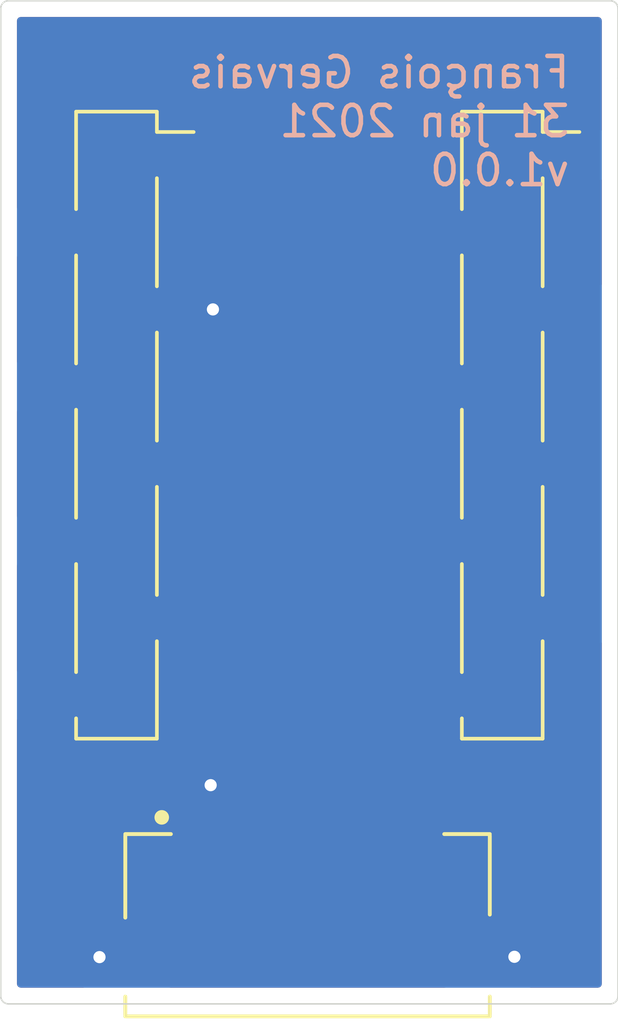
<source format=kicad_pcb>
(kicad_pcb (version 20171130) (host pcbnew 5.1.7-a382d34a8~88~ubuntu18.04.1)

  (general
    (thickness 1.6)
    (drawings 12)
    (tracks 26)
    (zones 0)
    (modules 3)
    (nets 17)
  )

  (page A4)
  (layers
    (0 F.Cu signal)
    (31 B.Cu signal hide)
    (32 B.Adhes user hide)
    (33 F.Adhes user hide)
    (34 B.Paste user hide)
    (35 F.Paste user hide)
    (36 B.SilkS user)
    (37 F.SilkS user)
    (38 B.Mask user hide)
    (39 F.Mask user hide)
    (40 Dwgs.User user hide)
    (41 Cmts.User user hide)
    (42 Eco1.User user hide)
    (43 Eco2.User user hide)
    (44 Edge.Cuts user)
    (45 Margin user hide)
    (46 B.CrtYd user hide)
    (47 F.CrtYd user hide)
    (48 B.Fab user hide)
    (49 F.Fab user hide)
  )

  (setup
    (last_trace_width 0.25)
    (trace_clearance 0.2)
    (zone_clearance 0.508)
    (zone_45_only no)
    (trace_min 0.2)
    (via_size 0.8)
    (via_drill 0.4)
    (via_min_size 0.4)
    (via_min_drill 0.3)
    (uvia_size 0.3)
    (uvia_drill 0.1)
    (uvias_allowed no)
    (uvia_min_size 0.2)
    (uvia_min_drill 0.1)
    (edge_width 0.05)
    (segment_width 0.2)
    (pcb_text_width 0.3)
    (pcb_text_size 1.5 1.5)
    (mod_edge_width 0.12)
    (mod_text_size 1 1)
    (mod_text_width 0.15)
    (pad_size 1.524 1.524)
    (pad_drill 0.762)
    (pad_to_mask_clearance 0)
    (aux_axis_origin 0 0)
    (grid_origin 38.675001 37.125001)
    (visible_elements FFFFFF7F)
    (pcbplotparams
      (layerselection 0x010fc_ffffffff)
      (usegerberextensions false)
      (usegerberattributes true)
      (usegerberadvancedattributes true)
      (creategerberjobfile true)
      (excludeedgelayer true)
      (linewidth 0.100000)
      (plotframeref false)
      (viasonmask false)
      (mode 1)
      (useauxorigin false)
      (hpglpennumber 1)
      (hpglpenspeed 20)
      (hpglpendiameter 15.000000)
      (psnegative false)
      (psa4output false)
      (plotreference true)
      (plotvalue true)
      (plotinvisibletext false)
      (padsonsilk false)
      (subtractmaskfromsilk false)
      (outputformat 1)
      (mirror false)
      (drillshape 1)
      (scaleselection 1)
      (outputdirectory ""))
  )

  (net 0 "")
  (net 1 "Net-(J2-Pad7)")
  (net 2 "Net-(J2-Pad5)")
  (net 3 "Net-(J2-Pad8)")
  (net 4 "Net-(J2-Pad6)")
  (net 5 "Net-(J2-Pad4)")
  (net 6 "Net-(J2-Pad2)")
  (net 7 "Net-(J3-Pad1)")
  (net 8 "Net-(J3-Pad8)")
  (net 9 "Net-(J3-Pad4)")
  (net 10 "Net-(J3-Pad2)")
  (net 11 +5V)
  (net 12 /RX)
  (net 13 /TX)
  (net 14 /DTR)
  (net 15 /RTS)
  (net 16 GND)

  (net_class Default "This is the default net class."
    (clearance 0.2)
    (trace_width 0.25)
    (via_dia 0.8)
    (via_drill 0.4)
    (uvia_dia 0.3)
    (uvia_drill 0.1)
    (add_net +5V)
    (add_net /DTR)
    (add_net /RTS)
    (add_net /RX)
    (add_net /TX)
    (add_net GND)
    (add_net "Net-(J2-Pad2)")
    (add_net "Net-(J2-Pad4)")
    (add_net "Net-(J2-Pad5)")
    (add_net "Net-(J2-Pad6)")
    (add_net "Net-(J2-Pad7)")
    (add_net "Net-(J2-Pad8)")
    (add_net "Net-(J3-Pad1)")
    (add_net "Net-(J3-Pad2)")
    (add_net "Net-(J3-Pad4)")
    (add_net "Net-(J3-Pad8)")
  )

  (module Connector_PinSocket_2.54mm:PinSocket_1x08_P2.54mm_Vertical_SMD_Pin1Right (layer F.Cu) (tedit 5A19A424) (tstamp 601647DE)
    (at 51.375001 37.125001)
    (descr "surface-mounted straight socket strip, 1x08, 2.54mm pitch, single row, style 2 (pin 1 right) (https://cdn.harwin.com/pdfs/M20-786.pdf), script generated")
    (tags "Surface mounted socket strip SMD 1x08 2.54mm single row style2 pin1 right")
    (path /60165E9C)
    (attr smd)
    (fp_text reference J3 (at 0 -11.76) (layer F.SilkS) hide
      (effects (font (size 1 1) (thickness 0.15)))
    )
    (fp_text value Conn_01x08_Female (at 0 11.76) (layer F.Fab)
      (effects (font (size 1 1) (thickness 0.15)))
    )
    (fp_line (start -3.1 10.75) (end -3.1 -10.8) (layer F.CrtYd) (width 0.05))
    (fp_line (start 3.1 10.75) (end -3.1 10.75) (layer F.CrtYd) (width 0.05))
    (fp_line (start 3.1 -10.8) (end 3.1 10.75) (layer F.CrtYd) (width 0.05))
    (fp_line (start -3.1 -10.8) (end 3.1 -10.8) (layer F.CrtYd) (width 0.05))
    (fp_line (start -2.27 9.19) (end -2.27 8.59) (layer F.Fab) (width 0.1))
    (fp_line (start -1.27 9.19) (end -2.27 9.19) (layer F.Fab) (width 0.1))
    (fp_line (start -2.27 8.59) (end -1.27 8.59) (layer F.Fab) (width 0.1))
    (fp_line (start 2.27 6.65) (end 1.27 6.65) (layer F.Fab) (width 0.1))
    (fp_line (start 2.27 6.05) (end 2.27 6.65) (layer F.Fab) (width 0.1))
    (fp_line (start 1.27 6.05) (end 2.27 6.05) (layer F.Fab) (width 0.1))
    (fp_line (start -2.27 4.11) (end -2.27 3.51) (layer F.Fab) (width 0.1))
    (fp_line (start -1.27 4.11) (end -2.27 4.11) (layer F.Fab) (width 0.1))
    (fp_line (start -2.27 3.51) (end -1.27 3.51) (layer F.Fab) (width 0.1))
    (fp_line (start 2.27 1.57) (end 1.27 1.57) (layer F.Fab) (width 0.1))
    (fp_line (start 2.27 0.97) (end 2.27 1.57) (layer F.Fab) (width 0.1))
    (fp_line (start 1.27 0.97) (end 2.27 0.97) (layer F.Fab) (width 0.1))
    (fp_line (start -2.27 -0.97) (end -2.27 -1.57) (layer F.Fab) (width 0.1))
    (fp_line (start -1.27 -0.97) (end -2.27 -0.97) (layer F.Fab) (width 0.1))
    (fp_line (start -2.27 -1.57) (end -1.27 -1.57) (layer F.Fab) (width 0.1))
    (fp_line (start 2.27 -3.51) (end 1.27 -3.51) (layer F.Fab) (width 0.1))
    (fp_line (start 2.27 -4.11) (end 2.27 -3.51) (layer F.Fab) (width 0.1))
    (fp_line (start 1.27 -4.11) (end 2.27 -4.11) (layer F.Fab) (width 0.1))
    (fp_line (start -2.27 -6.05) (end -2.27 -6.65) (layer F.Fab) (width 0.1))
    (fp_line (start -1.27 -6.05) (end -2.27 -6.05) (layer F.Fab) (width 0.1))
    (fp_line (start -2.27 -6.65) (end -1.27 -6.65) (layer F.Fab) (width 0.1))
    (fp_line (start 2.27 -8.59) (end 1.27 -8.59) (layer F.Fab) (width 0.1))
    (fp_line (start 2.27 -9.19) (end 2.27 -8.59) (layer F.Fab) (width 0.1))
    (fp_line (start 1.27 -9.19) (end 2.27 -9.19) (layer F.Fab) (width 0.1))
    (fp_line (start -1.27 10.26) (end -1.27 -10.26) (layer F.Fab) (width 0.1))
    (fp_line (start 1.27 10.26) (end -1.27 10.26) (layer F.Fab) (width 0.1))
    (fp_line (start 1.27 -9.625) (end 1.27 10.26) (layer F.Fab) (width 0.1))
    (fp_line (start 0.635 -10.26) (end 1.27 -9.625) (layer F.Fab) (width 0.1))
    (fp_line (start -1.27 -10.26) (end 0.635 -10.26) (layer F.Fab) (width 0.1))
    (fp_line (start 1.33 -9.65) (end 2.54 -9.65) (layer F.SilkS) (width 0.12))
    (fp_line (start -1.33 9.65) (end -1.33 10.32) (layer F.SilkS) (width 0.12))
    (fp_line (start -1.33 4.57) (end -1.33 8.13) (layer F.SilkS) (width 0.12))
    (fp_line (start -1.33 -0.51) (end -1.33 3.05) (layer F.SilkS) (width 0.12))
    (fp_line (start -1.33 -5.59) (end -1.33 -2.03) (layer F.SilkS) (width 0.12))
    (fp_line (start -1.33 -10.32) (end -1.33 -7.11) (layer F.SilkS) (width 0.12))
    (fp_line (start -1.33 10.32) (end 1.33 10.32) (layer F.SilkS) (width 0.12))
    (fp_line (start 1.33 7.11) (end 1.33 10.32) (layer F.SilkS) (width 0.12))
    (fp_line (start 1.33 2.03) (end 1.33 5.59) (layer F.SilkS) (width 0.12))
    (fp_line (start 1.33 -3.05) (end 1.33 0.51) (layer F.SilkS) (width 0.12))
    (fp_line (start 1.33 -8.13) (end 1.33 -4.57) (layer F.SilkS) (width 0.12))
    (fp_line (start 1.33 -10.32) (end 1.33 -9.65) (layer F.SilkS) (width 0.12))
    (fp_line (start -1.33 -10.32) (end 1.33 -10.32) (layer F.SilkS) (width 0.12))
    (fp_text user %R (at 0 0 90) (layer F.Fab)
      (effects (font (size 1 1) (thickness 0.15)))
    )
    (pad 7 smd rect (at 1.65 6.35) (size 1.9 1) (layers F.Cu F.Paste F.Mask)
      (net 15 /RTS))
    (pad 5 smd rect (at 1.65 1.27) (size 1.9 1) (layers F.Cu F.Paste F.Mask)
      (net 13 /TX))
    (pad 3 smd rect (at 1.65 -3.81) (size 1.9 1) (layers F.Cu F.Paste F.Mask)
      (net 14 /DTR))
    (pad 1 smd rect (at 1.65 -8.89) (size 1.9 1) (layers F.Cu F.Paste F.Mask)
      (net 7 "Net-(J3-Pad1)"))
    (pad 8 smd rect (at -1.65 8.89) (size 1.9 1) (layers F.Cu F.Paste F.Mask)
      (net 8 "Net-(J3-Pad8)"))
    (pad 6 smd rect (at -1.65 3.81) (size 1.9 1) (layers F.Cu F.Paste F.Mask)
      (net 12 /RX))
    (pad 4 smd rect (at -1.65 -1.27) (size 1.9 1) (layers F.Cu F.Paste F.Mask)
      (net 9 "Net-(J3-Pad4)"))
    (pad 2 smd rect (at -1.65 -6.35) (size 1.9 1) (layers F.Cu F.Paste F.Mask)
      (net 10 "Net-(J3-Pad2)"))
    (model ${KISYS3DMOD}/Connector_PinSocket_2.54mm.3dshapes/PinSocket_1x08_P2.54mm_Vertical_SMD_Pin1Right.wrl
      (at (xyz 0 0 0))
      (scale (xyz 1 1 1))
      (rotate (xyz 0 0 0))
    )
  )

  (module Connector_PinSocket_2.54mm:PinSocket_1x08_P2.54mm_Vertical_SMD_Pin1Right (layer F.Cu) (tedit 5A19A424) (tstamp 6017041B)
    (at 38.675001 37.125001)
    (descr "surface-mounted straight socket strip, 1x08, 2.54mm pitch, single row, style 2 (pin 1 right) (https://cdn.harwin.com/pdfs/M20-786.pdf), script generated")
    (tags "Surface mounted socket strip SMD 1x08 2.54mm single row style2 pin1 right")
    (path /60165202)
    (attr smd)
    (fp_text reference J2 (at 0 -11.76) (layer F.SilkS) hide
      (effects (font (size 1 1) (thickness 0.15)))
    )
    (fp_text value Conn_01x08_Female (at 0 11.76) (layer F.Fab)
      (effects (font (size 1 1) (thickness 0.15)))
    )
    (fp_line (start -3.1 10.75) (end -3.1 -10.8) (layer F.CrtYd) (width 0.05))
    (fp_line (start 3.1 10.75) (end -3.1 10.75) (layer F.CrtYd) (width 0.05))
    (fp_line (start 3.1 -10.8) (end 3.1 10.75) (layer F.CrtYd) (width 0.05))
    (fp_line (start -3.1 -10.8) (end 3.1 -10.8) (layer F.CrtYd) (width 0.05))
    (fp_line (start -2.27 9.19) (end -2.27 8.59) (layer F.Fab) (width 0.1))
    (fp_line (start -1.27 9.19) (end -2.27 9.19) (layer F.Fab) (width 0.1))
    (fp_line (start -2.27 8.59) (end -1.27 8.59) (layer F.Fab) (width 0.1))
    (fp_line (start 2.27 6.65) (end 1.27 6.65) (layer F.Fab) (width 0.1))
    (fp_line (start 2.27 6.05) (end 2.27 6.65) (layer F.Fab) (width 0.1))
    (fp_line (start 1.27 6.05) (end 2.27 6.05) (layer F.Fab) (width 0.1))
    (fp_line (start -2.27 4.11) (end -2.27 3.51) (layer F.Fab) (width 0.1))
    (fp_line (start -1.27 4.11) (end -2.27 4.11) (layer F.Fab) (width 0.1))
    (fp_line (start -2.27 3.51) (end -1.27 3.51) (layer F.Fab) (width 0.1))
    (fp_line (start 2.27 1.57) (end 1.27 1.57) (layer F.Fab) (width 0.1))
    (fp_line (start 2.27 0.97) (end 2.27 1.57) (layer F.Fab) (width 0.1))
    (fp_line (start 1.27 0.97) (end 2.27 0.97) (layer F.Fab) (width 0.1))
    (fp_line (start -2.27 -0.97) (end -2.27 -1.57) (layer F.Fab) (width 0.1))
    (fp_line (start -1.27 -0.97) (end -2.27 -0.97) (layer F.Fab) (width 0.1))
    (fp_line (start -2.27 -1.57) (end -1.27 -1.57) (layer F.Fab) (width 0.1))
    (fp_line (start 2.27 -3.51) (end 1.27 -3.51) (layer F.Fab) (width 0.1))
    (fp_line (start 2.27 -4.11) (end 2.27 -3.51) (layer F.Fab) (width 0.1))
    (fp_line (start 1.27 -4.11) (end 2.27 -4.11) (layer F.Fab) (width 0.1))
    (fp_line (start -2.27 -6.05) (end -2.27 -6.65) (layer F.Fab) (width 0.1))
    (fp_line (start -1.27 -6.05) (end -2.27 -6.05) (layer F.Fab) (width 0.1))
    (fp_line (start -2.27 -6.65) (end -1.27 -6.65) (layer F.Fab) (width 0.1))
    (fp_line (start 2.27 -8.59) (end 1.27 -8.59) (layer F.Fab) (width 0.1))
    (fp_line (start 2.27 -9.19) (end 2.27 -8.59) (layer F.Fab) (width 0.1))
    (fp_line (start 1.27 -9.19) (end 2.27 -9.19) (layer F.Fab) (width 0.1))
    (fp_line (start -1.27 10.26) (end -1.27 -10.26) (layer F.Fab) (width 0.1))
    (fp_line (start 1.27 10.26) (end -1.27 10.26) (layer F.Fab) (width 0.1))
    (fp_line (start 1.27 -9.625) (end 1.27 10.26) (layer F.Fab) (width 0.1))
    (fp_line (start 0.635 -10.26) (end 1.27 -9.625) (layer F.Fab) (width 0.1))
    (fp_line (start -1.27 -10.26) (end 0.635 -10.26) (layer F.Fab) (width 0.1))
    (fp_line (start 1.33 -9.65) (end 2.54 -9.65) (layer F.SilkS) (width 0.12))
    (fp_line (start -1.33 9.65) (end -1.33 10.32) (layer F.SilkS) (width 0.12))
    (fp_line (start -1.33 4.57) (end -1.33 8.13) (layer F.SilkS) (width 0.12))
    (fp_line (start -1.33 -0.51) (end -1.33 3.05) (layer F.SilkS) (width 0.12))
    (fp_line (start -1.33 -5.59) (end -1.33 -2.03) (layer F.SilkS) (width 0.12))
    (fp_line (start -1.33 -10.32) (end -1.33 -7.11) (layer F.SilkS) (width 0.12))
    (fp_line (start -1.33 10.32) (end 1.33 10.32) (layer F.SilkS) (width 0.12))
    (fp_line (start 1.33 7.11) (end 1.33 10.32) (layer F.SilkS) (width 0.12))
    (fp_line (start 1.33 2.03) (end 1.33 5.59) (layer F.SilkS) (width 0.12))
    (fp_line (start 1.33 -3.05) (end 1.33 0.51) (layer F.SilkS) (width 0.12))
    (fp_line (start 1.33 -8.13) (end 1.33 -4.57) (layer F.SilkS) (width 0.12))
    (fp_line (start 1.33 -10.32) (end 1.33 -9.65) (layer F.SilkS) (width 0.12))
    (fp_line (start -1.33 -10.32) (end 1.33 -10.32) (layer F.SilkS) (width 0.12))
    (fp_text user %R (at 0 0 90) (layer F.Fab)
      (effects (font (size 1 1) (thickness 0.15)))
    )
    (pad 7 smd rect (at 1.65 6.35) (size 1.9 1) (layers F.Cu F.Paste F.Mask)
      (net 1 "Net-(J2-Pad7)"))
    (pad 5 smd rect (at 1.65 1.27) (size 1.9 1) (layers F.Cu F.Paste F.Mask)
      (net 2 "Net-(J2-Pad5)"))
    (pad 3 smd rect (at 1.65 -3.81) (size 1.9 1) (layers F.Cu F.Paste F.Mask)
      (net 16 GND))
    (pad 1 smd rect (at 1.65 -8.89) (size 1.9 1) (layers F.Cu F.Paste F.Mask)
      (net 11 +5V))
    (pad 8 smd rect (at -1.65 8.89) (size 1.9 1) (layers F.Cu F.Paste F.Mask)
      (net 3 "Net-(J2-Pad8)"))
    (pad 6 smd rect (at -1.65 3.81) (size 1.9 1) (layers F.Cu F.Paste F.Mask)
      (net 4 "Net-(J2-Pad6)"))
    (pad 4 smd rect (at -1.65 -1.27) (size 1.9 1) (layers F.Cu F.Paste F.Mask)
      (net 5 "Net-(J2-Pad4)"))
    (pad 2 smd rect (at -1.65 -6.35) (size 1.9 1) (layers F.Cu F.Paste F.Mask)
      (net 6 "Net-(J2-Pad2)"))
    (model ${KISYS3DMOD}/Connector_PinSocket_2.54mm.3dshapes/PinSocket_1x08_P2.54mm_Vertical_SMD_Pin1Right.wrl
      (at (xyz 0 0 0))
      (scale (xyz 1 1 1))
      (rotate (xyz 0 0 0))
    )
  )

  (module "S6B-ZR-SM4A-TF(LF)(SN):JST_S6B-ZR-SM4A-TF(LF)(SN)" (layer F.Cu) (tedit 6015D2A5) (tstamp 6016526A)
    (at 44.965001 51.035001)
    (path /6016A238)
    (fp_text reference J1 (at -2.826705 -2.336415) (layer F.SilkS) hide
      (effects (font (size 1.000606 1.000606) (thickness 0.015)))
    )
    (fp_text value "S6B-ZR-SM4A-TF(LF)(SN)" (at 10.51135 6.5658) (layer F.Fab)
      (effects (font (size 1.000126 1.000126) (thickness 0.015)))
    )
    (fp_line (start 6.25 4.75) (end 6.25 5.8) (layer F.CrtYd) (width 0.05))
    (fp_line (start 6.5 4.75) (end 6.25 4.75) (layer F.CrtYd) (width 0.05))
    (fp_line (start 6.5 2.4) (end 6.5 4.75) (layer F.CrtYd) (width 0.05))
    (fp_line (start 6.25 2.4) (end 6.5 2.4) (layer F.CrtYd) (width 0.05))
    (fp_line (start 6.25 -1.5) (end 6.25 2.4) (layer F.CrtYd) (width 0.05))
    (fp_line (start -6.2 4.8) (end -6.2 5.8) (layer F.CrtYd) (width 0.05))
    (fp_line (start -6.3 4.8) (end -6.2 4.8) (layer F.CrtYd) (width 0.05))
    (fp_line (start -6.5 4.8) (end -6.3 4.8) (layer F.CrtYd) (width 0.05))
    (fp_line (start -6.5 2.4) (end -6.5 4.8) (layer F.CrtYd) (width 0.05))
    (fp_line (start -6.25 2.4) (end -6.5 2.4) (layer F.CrtYd) (width 0.05))
    (fp_line (start -6.25 -1.5) (end -6.25 2.4) (layer F.CrtYd) (width 0.05))
    (fp_line (start 6 -0.4) (end 6 2.2) (layer F.SilkS) (width 0.127))
    (fp_line (start 6 5.5) (end 6 4.9) (layer F.SilkS) (width 0.127))
    (fp_line (start -6 5.5) (end -6 4.9) (layer F.SilkS) (width 0.127))
    (fp_line (start -6 -0.4) (end -6 2.3) (layer F.SilkS) (width 0.127))
    (fp_line (start 6 -0.45) (end 4.5 -0.45) (layer F.SilkS) (width 0.127))
    (fp_line (start -6 -0.45) (end -4.5 -0.45) (layer F.SilkS) (width 0.127))
    (fp_circle (center -4.8 -1) (end -4.68 -1) (layer F.SilkS) (width 0.24))
    (fp_line (start 6.25 5.8) (end -6.2 5.8) (layer F.CrtYd) (width 0.05))
    (fp_line (start -6.25 -1.5) (end 6.25 -1.5) (layer F.CrtYd) (width 0.05))
    (fp_line (start 6 5.55) (end -6 5.55) (layer F.SilkS) (width 0.127))
    (fp_line (start -6 5.55) (end -6 -0.45) (layer F.Fab) (width 0.127))
    (fp_line (start 6 5.55) (end -6 5.55) (layer F.Fab) (width 0.127))
    (fp_line (start 6 -0.45) (end 6 5.55) (layer F.Fab) (width 0.127))
    (fp_line (start -6 -0.45) (end 6 -0.45) (layer F.Fab) (width 0.127))
    (pad 6 smd rect (at 3.75 0) (size 0.7 2.5) (layers F.Cu F.Paste F.Mask)
      (net 11 +5V))
    (pad 5 smd rect (at 2.25 0) (size 0.7 2.5) (layers F.Cu F.Paste F.Mask)
      (net 12 /RX))
    (pad 4 smd rect (at 0.75 0) (size 0.7 2.5) (layers F.Cu F.Paste F.Mask)
      (net 13 /TX))
    (pad 3 smd rect (at -0.75 0) (size 0.7 2.5) (layers F.Cu F.Paste F.Mask)
      (net 14 /DTR))
    (pad 2 smd rect (at -2.25 0) (size 0.7 2.5) (layers F.Cu F.Paste F.Mask)
      (net 15 /RTS))
    (pad 1 smd rect (at -3.75 0) (size 0.7 2.5) (layers F.Cu F.Paste F.Mask)
      (net 16 GND))
    (pad SH2 smd rect (at 5.7 3.6) (size 1.1 1.9) (layers F.Cu F.Paste F.Mask)
      (net 16 GND))
    (pad SH1 smd rect (at -5.7 3.6) (size 1.1 1.9) (layers F.Cu F.Paste F.Mask)
      (net 16 GND))
    (model "/home/fgervais/personal/project-adafruit-3309-adapter/hardware/kicad-library/S6B-ZR-SM4A-TF(LF)(SN)/S6B-ZR-SM4A-TF_LF__SN_.step"
      (offset (xyz 0 0.5 0))
      (scale (xyz 1 1 1))
      (rotate (xyz -90 0 0))
    )
  )

  (gr_text "François Gervais\n31 jan 2021\nv1.0.0" (at 53.675001 27.125001) (layer B.SilkS)
    (effects (font (size 1 1) (thickness 0.15)) (justify left mirror))
  )
  (gr_arc (start 54.931001 55.921001) (end 54.931001 56.175001) (angle -90) (layer Edge.Cuts) (width 0.05))
  (gr_arc (start 35.119001 55.921001) (end 34.865001 55.921001) (angle -90) (layer Edge.Cuts) (width 0.05))
  (gr_arc (start 35.119001 23.409001) (end 35.119001 23.155001) (angle -90) (layer Edge.Cuts) (width 0.05))
  (gr_arc (start 54.931001 23.409001) (end 55.185001 23.409001) (angle -90) (layer Edge.Cuts) (width 0.05))
  (gr_line (start 55.185001 25.695001) (end 55.185001 23.409001) (layer Edge.Cuts) (width 0.05) (tstamp 601704D1))
  (gr_line (start 34.865001 25.695001) (end 34.865001 23.409001) (layer Edge.Cuts) (width 0.05) (tstamp 601704D0))
  (gr_line (start 34.865001 55.921001) (end 34.865001 37.125001) (layer Edge.Cuts) (width 0.05) (tstamp 601704CA))
  (gr_line (start 54.931001 56.175001) (end 35.119001 56.175001) (layer Edge.Cuts) (width 0.05))
  (gr_line (start 55.185001 25.695001) (end 55.185001 55.921001) (layer Edge.Cuts) (width 0.05))
  (gr_line (start 35.119001 23.155001) (end 54.931001 23.155001) (layer Edge.Cuts) (width 0.05))
  (gr_line (start 34.865001 37.125001) (end 34.865001 25.695001) (layer Edge.Cuts) (width 0.05))

  (segment (start 47.215001 43.445001) (end 47.215001 51.035001) (width 0.25) (layer F.Cu) (net 12))
  (segment (start 49.725001 40.935001) (end 47.215001 43.445001) (width 0.25) (layer F.Cu) (net 12))
  (segment (start 45.715001 42.909999) (end 45.715001 51.035001) (width 0.25) (layer F.Cu) (net 13))
  (segment (start 50.229999 38.395001) (end 45.715001 42.909999) (width 0.25) (layer F.Cu) (net 13))
  (segment (start 53.025001 38.395001) (end 50.229999 38.395001) (width 0.25) (layer F.Cu) (net 13))
  (segment (start 44.215001 39.329999) (end 44.215001 51.035001) (width 0.25) (layer F.Cu) (net 14) (status 1000000))
  (segment (start 53.025001 33.315001) (end 50.229999 33.315001) (width 0.25) (layer F.Cu) (net 14) (status 1000000))
  (segment (start 50.229999 33.315001) (end 44.215001 39.329999) (width 0.25) (layer F.Cu) (net 14) (status 1000000))
  (segment (start 42.715001 52.535001) (end 42.715001 51.035001) (width 0.25) (layer F.Cu) (net 15))
  (segment (start 42.790002 52.610002) (end 42.715001 52.535001) (width 0.25) (layer F.Cu) (net 15))
  (segment (start 47.825002 52.610002) (end 42.790002 52.610002) (width 0.25) (layer F.Cu) (net 15))
  (segment (start 47.890002 52.545002) (end 47.825002 52.610002) (width 0.25) (layer F.Cu) (net 15))
  (segment (start 47.890002 45.814998) (end 47.890002 52.545002) (width 0.25) (layer F.Cu) (net 15))
  (segment (start 50.229999 43.475001) (end 47.890002 45.814998) (width 0.25) (layer F.Cu) (net 15))
  (segment (start 53.025001 43.475001) (end 50.229999 43.475001) (width 0.25) (layer F.Cu) (net 15))
  (via (at 41.850001 33.315001) (size 0.8) (drill 0.4) (layers F.Cu B.Cu) (net 16))
  (segment (start 40.325001 33.315001) (end 41.850001 33.315001) (width 0.25) (layer F.Cu) (net 16))
  (via (at 41.775001 48.975001) (size 0.8) (drill 0.4) (layers F.Cu B.Cu) (net 16))
  (segment (start 41.215001 51.035001) (end 41.215001 49.535001) (width 0.25) (layer F.Cu) (net 16))
  (segment (start 41.215001 49.535001) (end 41.775001 48.975001) (width 0.25) (layer F.Cu) (net 16))
  (via (at 51.775001 54.625001) (size 0.8) (drill 0.4) (layers F.Cu B.Cu) (net 16))
  (segment (start 50.665001 54.635001) (end 51.765001 54.635001) (width 0.25) (layer F.Cu) (net 16))
  (segment (start 51.765001 54.635001) (end 51.775001 54.625001) (width 0.25) (layer F.Cu) (net 16))
  (via (at 38.115009 54.634993) (size 0.8) (drill 0.4) (layers F.Cu B.Cu) (net 16))
  (segment (start 38.115017 54.635001) (end 38.115009 54.634993) (width 0.25) (layer F.Cu) (net 16))
  (segment (start 39.265001 54.635001) (end 38.115017 54.635001) (width 0.25) (layer F.Cu) (net 16))

  (zone (net 11) (net_name +5V) (layer F.Cu) (tstamp 0) (hatch edge 0.508)
    (connect_pads (clearance 0.508))
    (min_thickness 0.254)
    (fill yes (arc_segments 32) (thermal_gap 0.508) (thermal_bridge_width 0.508))
    (polygon
      (pts
        (xy 55.185001 56.175001) (xy 34.865001 56.175001) (xy 34.865001 23.155001) (xy 55.185001 23.155001)
      )
    )
    (filled_polygon
      (pts
        (xy 54.525001 25.662582) (xy 54.525001 27.416919) (xy 54.505538 27.380507) (xy 54.426186 27.283816) (xy 54.329495 27.204464)
        (xy 54.219181 27.145499) (xy 54.099483 27.109189) (xy 53.975001 27.096929) (xy 52.075001 27.096929) (xy 51.950519 27.109189)
        (xy 51.830821 27.145499) (xy 51.720507 27.204464) (xy 51.623816 27.283816) (xy 51.544464 27.380507) (xy 51.485499 27.490821)
        (xy 51.449189 27.610519) (xy 51.436929 27.735001) (xy 51.436929 28.735001) (xy 51.449189 28.859483) (xy 51.485499 28.979181)
        (xy 51.544464 29.089495) (xy 51.623816 29.186186) (xy 51.720507 29.265538) (xy 51.830821 29.324503) (xy 51.950519 29.360813)
        (xy 52.075001 29.373073) (xy 53.975001 29.373073) (xy 54.099483 29.360813) (xy 54.219181 29.324503) (xy 54.329495 29.265538)
        (xy 54.426186 29.186186) (xy 54.505538 29.089495) (xy 54.525001 29.053083) (xy 54.525001 32.49692) (xy 54.505538 32.460507)
        (xy 54.426186 32.363816) (xy 54.329495 32.284464) (xy 54.219181 32.225499) (xy 54.099483 32.189189) (xy 53.975001 32.176929)
        (xy 52.075001 32.176929) (xy 51.950519 32.189189) (xy 51.830821 32.225499) (xy 51.720507 32.284464) (xy 51.623816 32.363816)
        (xy 51.544464 32.460507) (xy 51.493955 32.555001) (xy 50.267324 32.555001) (xy 50.229999 32.551325) (xy 50.192674 32.555001)
        (xy 50.192666 32.555001) (xy 50.081013 32.565998) (xy 49.937752 32.609455) (xy 49.805723 32.680027) (xy 49.689998 32.775)
        (xy 49.6662 32.803998) (xy 43.704004 38.766195) (xy 43.675 38.789998) (xy 43.650972 38.819277) (xy 43.580027 38.905723)
        (xy 43.564377 38.935002) (xy 43.509455 39.037753) (xy 43.465998 39.181014) (xy 43.455001 39.292667) (xy 43.455001 39.292677)
        (xy 43.451325 39.329999) (xy 43.455001 39.367321) (xy 43.455002 49.283604) (xy 43.419495 49.254464) (xy 43.309181 49.195499)
        (xy 43.189483 49.159189) (xy 43.065001 49.146929) (xy 42.796079 49.146929) (xy 42.810001 49.07694) (xy 42.810001 48.873062)
        (xy 42.770227 48.673103) (xy 42.692206 48.484745) (xy 42.578938 48.315227) (xy 42.434775 48.171064) (xy 42.265257 48.057796)
        (xy 42.076899 47.979775) (xy 41.87694 47.940001) (xy 41.673062 47.940001) (xy 41.473103 47.979775) (xy 41.284745 48.057796)
        (xy 41.115227 48.171064) (xy 40.971064 48.315227) (xy 40.857796 48.484745) (xy 40.779775 48.673103) (xy 40.740001 48.873062)
        (xy 40.740001 48.9352) (xy 40.703999 48.971202) (xy 40.675001 48.995) (xy 40.651203 49.023998) (xy 40.651202 49.023999)
        (xy 40.580027 49.110725) (xy 40.509455 49.242755) (xy 40.504377 49.259494) (xy 40.413816 49.333816) (xy 40.334464 49.430507)
        (xy 40.275499 49.540821) (xy 40.239189 49.660519) (xy 40.226929 49.785001) (xy 40.226929 52.285001) (xy 40.239189 52.409483)
        (xy 40.275499 52.529181) (xy 40.334464 52.639495) (xy 40.413816 52.736186) (xy 40.510507 52.815538) (xy 40.620821 52.874503)
        (xy 40.740519 52.910813) (xy 40.865001 52.923073) (xy 41.565001 52.923073) (xy 41.689483 52.910813) (xy 41.809181 52.874503)
        (xy 41.919495 52.815538) (xy 41.965001 52.778192) (xy 42.004377 52.810508) (xy 42.009455 52.827247) (xy 42.080027 52.959277)
        (xy 42.088235 52.969278) (xy 42.175 53.075002) (xy 42.204001 53.098803) (xy 42.226201 53.121003) (xy 42.250001 53.150003)
        (xy 42.365726 53.244976) (xy 42.497755 53.315548) (xy 42.641016 53.359005) (xy 42.752669 53.370002) (xy 42.752679 53.370002)
        (xy 42.790001 53.373678) (xy 42.827324 53.370002) (xy 47.78768 53.370002) (xy 47.825002 53.373678) (xy 47.862324 53.370002)
        (xy 47.862335 53.370002) (xy 47.973988 53.359005) (xy 48.117249 53.315548) (xy 48.249278 53.244976) (xy 48.365003 53.150003)
        (xy 48.388806 53.120999) (xy 48.400999 53.108806) (xy 48.430003 53.085003) (xy 48.524976 52.969278) (xy 48.595548 52.837249)
        (xy 48.639005 52.693988) (xy 48.650002 52.582335) (xy 48.650002 52.582324) (xy 48.653678 52.545002) (xy 48.650002 52.507679)
        (xy 48.650002 51.162001) (xy 48.842001 51.162001) (xy 48.842001 52.761251) (xy 49.000751 52.920001) (xy 49.065001 52.923073)
        (xy 49.189483 52.910813) (xy 49.309181 52.874503) (xy 49.419495 52.815538) (xy 49.516186 52.736186) (xy 49.595538 52.639495)
        (xy 49.654503 52.529181) (xy 49.690813 52.409483) (xy 49.703073 52.285001) (xy 49.700001 51.320751) (xy 49.541251 51.162001)
        (xy 48.842001 51.162001) (xy 48.650002 51.162001) (xy 48.650002 49.308751) (xy 48.842001 49.308751) (xy 48.842001 50.908001)
        (xy 49.541251 50.908001) (xy 49.700001 50.749251) (xy 49.703073 49.785001) (xy 49.690813 49.660519) (xy 49.654503 49.540821)
        (xy 49.595538 49.430507) (xy 49.516186 49.333816) (xy 49.419495 49.254464) (xy 49.309181 49.195499) (xy 49.189483 49.159189)
        (xy 49.065001 49.146929) (xy 49.000751 49.150001) (xy 48.842001 49.308751) (xy 48.650002 49.308751) (xy 48.650002 47.140656)
        (xy 48.650519 47.140813) (xy 48.775001 47.153073) (xy 50.675001 47.153073) (xy 50.799483 47.140813) (xy 50.919181 47.104503)
        (xy 51.029495 47.045538) (xy 51.126186 46.966186) (xy 51.205538 46.869495) (xy 51.264503 46.759181) (xy 51.300813 46.639483)
        (xy 51.313073 46.515001) (xy 51.313073 45.515001) (xy 51.300813 45.390519) (xy 51.264503 45.270821) (xy 51.205538 45.160507)
        (xy 51.126186 45.063816) (xy 51.029495 44.984464) (xy 50.919181 44.925499) (xy 50.799483 44.889189) (xy 50.675001 44.876929)
        (xy 49.902873 44.876929) (xy 50.544802 44.235001) (xy 51.493955 44.235001) (xy 51.544464 44.329495) (xy 51.623816 44.426186)
        (xy 51.720507 44.505538) (xy 51.830821 44.564503) (xy 51.950519 44.600813) (xy 52.075001 44.613073) (xy 53.975001 44.613073)
        (xy 54.099483 44.600813) (xy 54.219181 44.564503) (xy 54.329495 44.505538) (xy 54.426186 44.426186) (xy 54.505538 44.329495)
        (xy 54.525002 44.293082) (xy 54.525002 55.515001) (xy 52.305972 55.515001) (xy 52.434775 55.428938) (xy 52.578938 55.284775)
        (xy 52.692206 55.115257) (xy 52.770227 54.926899) (xy 52.810001 54.72694) (xy 52.810001 54.523062) (xy 52.770227 54.323103)
        (xy 52.692206 54.134745) (xy 52.578938 53.965227) (xy 52.434775 53.821064) (xy 52.265257 53.707796) (xy 52.076899 53.629775)
        (xy 51.87694 53.590001) (xy 51.843717 53.590001) (xy 51.840813 53.560519) (xy 51.804503 53.440821) (xy 51.745538 53.330507)
        (xy 51.666186 53.233816) (xy 51.569495 53.154464) (xy 51.459181 53.095499) (xy 51.339483 53.059189) (xy 51.215001 53.046929)
        (xy 50.115001 53.046929) (xy 49.990519 53.059189) (xy 49.870821 53.095499) (xy 49.760507 53.154464) (xy 49.663816 53.233816)
        (xy 49.584464 53.330507) (xy 49.525499 53.440821) (xy 49.489189 53.560519) (xy 49.476929 53.685001) (xy 49.476929 55.515001)
        (xy 40.453073 55.515001) (xy 40.453073 53.685001) (xy 40.440813 53.560519) (xy 40.404503 53.440821) (xy 40.345538 53.330507)
        (xy 40.266186 53.233816) (xy 40.169495 53.154464) (xy 40.059181 53.095499) (xy 39.939483 53.059189) (xy 39.815001 53.046929)
        (xy 38.715001 53.046929) (xy 38.590519 53.059189) (xy 38.470821 53.095499) (xy 38.360507 53.154464) (xy 38.263816 53.233816)
        (xy 38.184464 53.330507) (xy 38.125499 53.440821) (xy 38.089189 53.560519) (xy 38.085301 53.599993) (xy 38.01307 53.599993)
        (xy 37.813111 53.639767) (xy 37.624753 53.717788) (xy 37.455235 53.831056) (xy 37.311072 53.975219) (xy 37.197804 54.144737)
        (xy 37.119783 54.333095) (xy 37.080009 54.533054) (xy 37.080009 54.736932) (xy 37.119783 54.936891) (xy 37.197804 55.125249)
        (xy 37.311072 55.294767) (xy 37.455235 55.43893) (xy 37.569084 55.515001) (xy 35.525001 55.515001) (xy 35.525001 46.833083)
        (xy 35.544464 46.869495) (xy 35.623816 46.966186) (xy 35.720507 47.045538) (xy 35.830821 47.104503) (xy 35.950519 47.140813)
        (xy 36.075001 47.153073) (xy 37.975001 47.153073) (xy 38.099483 47.140813) (xy 38.219181 47.104503) (xy 38.329495 47.045538)
        (xy 38.426186 46.966186) (xy 38.505538 46.869495) (xy 38.564503 46.759181) (xy 38.600813 46.639483) (xy 38.613073 46.515001)
        (xy 38.613073 45.515001) (xy 38.600813 45.390519) (xy 38.564503 45.270821) (xy 38.505538 45.160507) (xy 38.426186 45.063816)
        (xy 38.329495 44.984464) (xy 38.219181 44.925499) (xy 38.099483 44.889189) (xy 37.975001 44.876929) (xy 36.075001 44.876929)
        (xy 35.950519 44.889189) (xy 35.830821 44.925499) (xy 35.720507 44.984464) (xy 35.623816 45.063816) (xy 35.544464 45.160507)
        (xy 35.525001 45.196919) (xy 35.525001 42.975001) (xy 38.736929 42.975001) (xy 38.736929 43.975001) (xy 38.749189 44.099483)
        (xy 38.785499 44.219181) (xy 38.844464 44.329495) (xy 38.923816 44.426186) (xy 39.020507 44.505538) (xy 39.130821 44.564503)
        (xy 39.250519 44.600813) (xy 39.375001 44.613073) (xy 41.275001 44.613073) (xy 41.399483 44.600813) (xy 41.519181 44.564503)
        (xy 41.629495 44.505538) (xy 41.726186 44.426186) (xy 41.805538 44.329495) (xy 41.864503 44.219181) (xy 41.900813 44.099483)
        (xy 41.913073 43.975001) (xy 41.913073 42.975001) (xy 41.900813 42.850519) (xy 41.864503 42.730821) (xy 41.805538 42.620507)
        (xy 41.726186 42.523816) (xy 41.629495 42.444464) (xy 41.519181 42.385499) (xy 41.399483 42.349189) (xy 41.275001 42.336929)
        (xy 39.375001 42.336929) (xy 39.250519 42.349189) (xy 39.130821 42.385499) (xy 39.020507 42.444464) (xy 38.923816 42.523816)
        (xy 38.844464 42.620507) (xy 38.785499 42.730821) (xy 38.749189 42.850519) (xy 38.736929 42.975001) (xy 35.525001 42.975001)
        (xy 35.525001 41.753083) (xy 35.544464 41.789495) (xy 35.623816 41.886186) (xy 35.720507 41.965538) (xy 35.830821 42.024503)
        (xy 35.950519 42.060813) (xy 36.075001 42.073073) (xy 37.975001 42.073073) (xy 38.099483 42.060813) (xy 38.219181 42.024503)
        (xy 38.329495 41.965538) (xy 38.426186 41.886186) (xy 38.505538 41.789495) (xy 38.564503 41.679181) (xy 38.600813 41.559483)
        (xy 38.613073 41.435001) (xy 38.613073 40.435001) (xy 38.600813 40.310519) (xy 38.564503 40.190821) (xy 38.505538 40.080507)
        (xy 38.426186 39.983816) (xy 38.329495 39.904464) (xy 38.219181 39.845499) (xy 38.099483 39.809189) (xy 37.975001 39.796929)
        (xy 36.075001 39.796929) (xy 35.950519 39.809189) (xy 35.830821 39.845499) (xy 35.720507 39.904464) (xy 35.623816 39.983816)
        (xy 35.544464 40.080507) (xy 35.525001 40.116919) (xy 35.525001 37.895001) (xy 38.736929 37.895001) (xy 38.736929 38.895001)
        (xy 38.749189 39.019483) (xy 38.785499 39.139181) (xy 38.844464 39.249495) (xy 38.923816 39.346186) (xy 39.020507 39.425538)
        (xy 39.130821 39.484503) (xy 39.250519 39.520813) (xy 39.375001 39.533073) (xy 41.275001 39.533073) (xy 41.399483 39.520813)
        (xy 41.519181 39.484503) (xy 41.629495 39.425538) (xy 41.726186 39.346186) (xy 41.805538 39.249495) (xy 41.864503 39.139181)
        (xy 41.900813 39.019483) (xy 41.913073 38.895001) (xy 41.913073 37.895001) (xy 41.900813 37.770519) (xy 41.864503 37.650821)
        (xy 41.805538 37.540507) (xy 41.726186 37.443816) (xy 41.629495 37.364464) (xy 41.519181 37.305499) (xy 41.399483 37.269189)
        (xy 41.275001 37.256929) (xy 39.375001 37.256929) (xy 39.250519 37.269189) (xy 39.130821 37.305499) (xy 39.020507 37.364464)
        (xy 38.923816 37.443816) (xy 38.844464 37.540507) (xy 38.785499 37.650821) (xy 38.749189 37.770519) (xy 38.736929 37.895001)
        (xy 35.525001 37.895001) (xy 35.525001 36.673083) (xy 35.544464 36.709495) (xy 35.623816 36.806186) (xy 35.720507 36.885538)
        (xy 35.830821 36.944503) (xy 35.950519 36.980813) (xy 36.075001 36.993073) (xy 37.975001 36.993073) (xy 38.099483 36.980813)
        (xy 38.219181 36.944503) (xy 38.329495 36.885538) (xy 38.426186 36.806186) (xy 38.505538 36.709495) (xy 38.564503 36.599181)
        (xy 38.600813 36.479483) (xy 38.613073 36.355001) (xy 38.613073 35.355001) (xy 38.600813 35.230519) (xy 38.564503 35.110821)
        (xy 38.505538 35.000507) (xy 38.426186 34.903816) (xy 38.329495 34.824464) (xy 38.219181 34.765499) (xy 38.099483 34.729189)
        (xy 37.975001 34.716929) (xy 36.075001 34.716929) (xy 35.950519 34.729189) (xy 35.830821 34.765499) (xy 35.720507 34.824464)
        (xy 35.623816 34.903816) (xy 35.544464 35.000507) (xy 35.525001 35.036919) (xy 35.525001 32.815001) (xy 38.736929 32.815001)
        (xy 38.736929 33.815001) (xy 38.749189 33.939483) (xy 38.785499 34.059181) (xy 38.844464 34.169495) (xy 38.923816 34.266186)
        (xy 39.020507 34.345538) (xy 39.130821 34.404503) (xy 39.250519 34.440813) (xy 39.375001 34.453073) (xy 41.275001 34.453073)
        (xy 41.399483 34.440813) (xy 41.519181 34.404503) (xy 41.629495 34.345538) (xy 41.648249 34.330147) (xy 41.748062 34.350001)
        (xy 41.95194 34.350001) (xy 42.151899 34.310227) (xy 42.340257 34.232206) (xy 42.509775 34.118938) (xy 42.653938 33.974775)
        (xy 42.767206 33.805257) (xy 42.845227 33.616899) (xy 42.885001 33.41694) (xy 42.885001 33.213062) (xy 42.845227 33.013103)
        (xy 42.767206 32.824745) (xy 42.653938 32.655227) (xy 42.509775 32.511064) (xy 42.340257 32.397796) (xy 42.151899 32.319775)
        (xy 41.95194 32.280001) (xy 41.748062 32.280001) (xy 41.648249 32.299855) (xy 41.629495 32.284464) (xy 41.519181 32.225499)
        (xy 41.399483 32.189189) (xy 41.275001 32.176929) (xy 39.375001 32.176929) (xy 39.250519 32.189189) (xy 39.130821 32.225499)
        (xy 39.020507 32.284464) (xy 38.923816 32.363816) (xy 38.844464 32.460507) (xy 38.785499 32.570821) (xy 38.749189 32.690519)
        (xy 38.736929 32.815001) (xy 35.525001 32.815001) (xy 35.525001 31.593083) (xy 35.544464 31.629495) (xy 35.623816 31.726186)
        (xy 35.720507 31.805538) (xy 35.830821 31.864503) (xy 35.950519 31.900813) (xy 36.075001 31.913073) (xy 37.975001 31.913073)
        (xy 38.099483 31.900813) (xy 38.219181 31.864503) (xy 38.329495 31.805538) (xy 38.426186 31.726186) (xy 38.505538 31.629495)
        (xy 38.564503 31.519181) (xy 38.600813 31.399483) (xy 38.613073 31.275001) (xy 38.613073 30.275001) (xy 48.136929 30.275001)
        (xy 48.136929 31.275001) (xy 48.149189 31.399483) (xy 48.185499 31.519181) (xy 48.244464 31.629495) (xy 48.323816 31.726186)
        (xy 48.420507 31.805538) (xy 48.530821 31.864503) (xy 48.650519 31.900813) (xy 48.775001 31.913073) (xy 50.675001 31.913073)
        (xy 50.799483 31.900813) (xy 50.919181 31.864503) (xy 51.029495 31.805538) (xy 51.126186 31.726186) (xy 51.205538 31.629495)
        (xy 51.264503 31.519181) (xy 51.300813 31.399483) (xy 51.313073 31.275001) (xy 51.313073 30.275001) (xy 51.300813 30.150519)
        (xy 51.264503 30.030821) (xy 51.205538 29.920507) (xy 51.126186 29.823816) (xy 51.029495 29.744464) (xy 50.919181 29.685499)
        (xy 50.799483 29.649189) (xy 50.675001 29.636929) (xy 48.775001 29.636929) (xy 48.650519 29.649189) (xy 48.530821 29.685499)
        (xy 48.420507 29.744464) (xy 48.323816 29.823816) (xy 48.244464 29.920507) (xy 48.185499 30.030821) (xy 48.149189 30.150519)
        (xy 48.136929 30.275001) (xy 38.613073 30.275001) (xy 38.600813 30.150519) (xy 38.564503 30.030821) (xy 38.505538 29.920507)
        (xy 38.426186 29.823816) (xy 38.329495 29.744464) (xy 38.219181 29.685499) (xy 38.099483 29.649189) (xy 37.975001 29.636929)
        (xy 36.075001 29.636929) (xy 35.950519 29.649189) (xy 35.830821 29.685499) (xy 35.720507 29.744464) (xy 35.623816 29.823816)
        (xy 35.544464 29.920507) (xy 35.525001 29.956919) (xy 35.525001 28.735001) (xy 38.736929 28.735001) (xy 38.749189 28.859483)
        (xy 38.785499 28.979181) (xy 38.844464 29.089495) (xy 38.923816 29.186186) (xy 39.020507 29.265538) (xy 39.130821 29.324503)
        (xy 39.250519 29.360813) (xy 39.375001 29.373073) (xy 40.039251 29.370001) (xy 40.198001 29.211251) (xy 40.198001 28.362001)
        (xy 40.452001 28.362001) (xy 40.452001 29.211251) (xy 40.610751 29.370001) (xy 41.275001 29.373073) (xy 41.399483 29.360813)
        (xy 41.519181 29.324503) (xy 41.629495 29.265538) (xy 41.726186 29.186186) (xy 41.805538 29.089495) (xy 41.864503 28.979181)
        (xy 41.900813 28.859483) (xy 41.913073 28.735001) (xy 41.910001 28.520751) (xy 41.751251 28.362001) (xy 40.452001 28.362001)
        (xy 40.198001 28.362001) (xy 38.898751 28.362001) (xy 38.740001 28.520751) (xy 38.736929 28.735001) (xy 35.525001 28.735001)
        (xy 35.525001 27.735001) (xy 38.736929 27.735001) (xy 38.740001 27.949251) (xy 38.898751 28.108001) (xy 40.198001 28.108001)
        (xy 40.198001 27.258751) (xy 40.452001 27.258751) (xy 40.452001 28.108001) (xy 41.751251 28.108001) (xy 41.910001 27.949251)
        (xy 41.913073 27.735001) (xy 41.900813 27.610519) (xy 41.864503 27.490821) (xy 41.805538 27.380507) (xy 41.726186 27.283816)
        (xy 41.629495 27.204464) (xy 41.519181 27.145499) (xy 41.399483 27.109189) (xy 41.275001 27.096929) (xy 40.610751 27.100001)
        (xy 40.452001 27.258751) (xy 40.198001 27.258751) (xy 40.039251 27.100001) (xy 39.375001 27.096929) (xy 39.250519 27.109189)
        (xy 39.130821 27.145499) (xy 39.020507 27.204464) (xy 38.923816 27.283816) (xy 38.844464 27.380507) (xy 38.785499 27.490821)
        (xy 38.749189 27.610519) (xy 38.736929 27.735001) (xy 35.525001 27.735001) (xy 35.525001 23.815001) (xy 54.525002 23.815001)
      )
    )
  )
  (zone (net 16) (net_name GND) (layer B.Cu) (tstamp 0) (hatch edge 0.508)
    (connect_pads (clearance 0.508))
    (min_thickness 0.254)
    (fill yes (arc_segments 32) (thermal_gap 0.508) (thermal_bridge_width 0.508))
    (polygon
      (pts
        (xy 55.185001 56.175001) (xy 34.865001 56.175001) (xy 34.865001 23.155001) (xy 55.185001 23.155001)
      )
    )
    (filled_polygon
      (pts
        (xy 54.525001 25.662582) (xy 54.525001 25.662583) (xy 54.525002 55.515001) (xy 35.525001 55.515001) (xy 35.525001 23.815001)
        (xy 54.525002 23.815001)
      )
    )
  )
)

</source>
